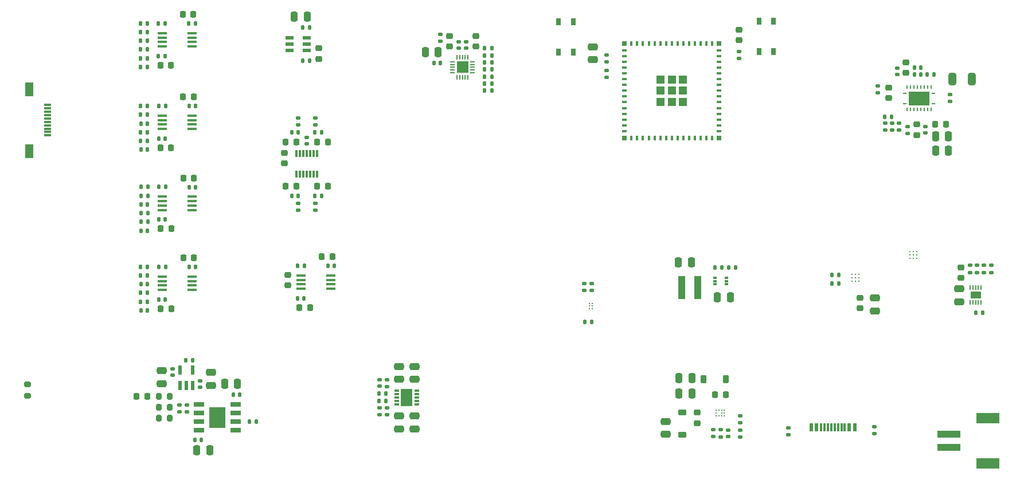
<source format=gbr>
%TF.GenerationSoftware,KiCad,Pcbnew,7.0.1*%
%TF.CreationDate,2024-05-02T17:31:47-06:00*%
%TF.ProjectId,Neural_Interface,4e657572-616c-45f4-996e-746572666163,1*%
%TF.SameCoordinates,Original*%
%TF.FileFunction,Paste,Top*%
%TF.FilePolarity,Positive*%
%FSLAX46Y46*%
G04 Gerber Fmt 4.6, Leading zero omitted, Abs format (unit mm)*
G04 Created by KiCad (PCBNEW 7.0.1) date 2024-05-02 17:31:47*
%MOMM*%
%LPD*%
G01*
G04 APERTURE LIST*
G04 Aperture macros list*
%AMRoundRect*
0 Rectangle with rounded corners*
0 $1 Rounding radius*
0 $2 $3 $4 $5 $6 $7 $8 $9 X,Y pos of 4 corners*
0 Add a 4 corners polygon primitive as box body*
4,1,4,$2,$3,$4,$5,$6,$7,$8,$9,$2,$3,0*
0 Add four circle primitives for the rounded corners*
1,1,$1+$1,$2,$3*
1,1,$1+$1,$4,$5*
1,1,$1+$1,$6,$7*
1,1,$1+$1,$8,$9*
0 Add four rect primitives between the rounded corners*
20,1,$1+$1,$2,$3,$4,$5,0*
20,1,$1+$1,$4,$5,$6,$7,0*
20,1,$1+$1,$6,$7,$8,$9,0*
20,1,$1+$1,$8,$9,$2,$3,0*%
G04 Aperture macros list end*
%ADD10RoundRect,0.135000X-0.185000X0.135000X-0.185000X-0.135000X0.185000X-0.135000X0.185000X0.135000X0*%
%ADD11RoundRect,0.140000X0.170000X-0.140000X0.170000X0.140000X-0.170000X0.140000X-0.170000X-0.140000X0*%
%ADD12RoundRect,0.140000X0.140000X0.170000X-0.140000X0.170000X-0.140000X-0.170000X0.140000X-0.170000X0*%
%ADD13RoundRect,0.135000X-0.135000X-0.185000X0.135000X-0.185000X0.135000X0.185000X-0.135000X0.185000X0*%
%ADD14RoundRect,0.250000X-0.250000X-0.475000X0.250000X-0.475000X0.250000X0.475000X-0.250000X0.475000X0*%
%ADD15RoundRect,0.135000X0.185000X-0.135000X0.185000X0.135000X-0.185000X0.135000X-0.185000X-0.135000X0*%
%ADD16RoundRect,0.250000X0.250000X0.475000X-0.250000X0.475000X-0.250000X-0.475000X0.250000X-0.475000X0*%
%ADD17R,1.400000X0.450000*%
%ADD18RoundRect,0.140000X-0.140000X-0.170000X0.140000X-0.170000X0.140000X0.170000X-0.140000X0.170000X0*%
%ADD19RoundRect,0.225000X0.250000X-0.225000X0.250000X0.225000X-0.250000X0.225000X-0.250000X-0.225000X0*%
%ADD20R,0.800000X0.200000*%
%ADD21R,0.200000X0.800000*%
%ADD22R,1.800000X1.800000*%
%ADD23R,0.200000X0.750000*%
%ADD24R,1.600000X1.000000*%
%ADD25RoundRect,0.250000X-0.475000X0.250000X-0.475000X-0.250000X0.475000X-0.250000X0.475000X0.250000X0*%
%ADD26RoundRect,0.225000X-0.225000X-0.250000X0.225000X-0.250000X0.225000X0.250000X-0.225000X0.250000X0*%
%ADD27R,1.000000X0.300000*%
%ADD28R,1.300000X2.000000*%
%ADD29RoundRect,0.135000X0.135000X0.185000X-0.135000X0.185000X-0.135000X-0.185000X0.135000X-0.185000X0*%
%ADD30R,0.800000X0.300000*%
%ADD31R,1.750000X2.500000*%
%ADD32RoundRect,0.218750X-0.256250X0.218750X-0.256250X-0.218750X0.256250X-0.218750X0.256250X0.218750X0*%
%ADD33RoundRect,0.225000X0.225000X0.250000X-0.225000X0.250000X-0.225000X-0.250000X0.225000X-0.250000X0*%
%ADD34RoundRect,0.218750X0.218750X0.256250X-0.218750X0.256250X-0.218750X-0.256250X0.218750X-0.256250X0*%
%ADD35RoundRect,0.250000X0.475000X-0.250000X0.475000X0.250000X-0.475000X0.250000X-0.475000X-0.250000X0*%
%ADD36R,1.200000X0.600000*%
%ADD37C,0.290000*%
%ADD38RoundRect,0.140000X-0.170000X0.140000X-0.170000X-0.140000X0.170000X-0.140000X0.170000X0.140000X0*%
%ADD39RoundRect,0.200000X0.200000X0.275000X-0.200000X0.275000X-0.200000X-0.275000X0.200000X-0.275000X0*%
%ADD40R,0.980000X3.400000*%
%ADD41R,0.558800X1.371600*%
%ADD42R,0.300000X1.075000*%
%ADD43RoundRect,0.200000X-0.200000X-0.275000X0.200000X-0.275000X0.200000X0.275000X-0.200000X0.275000X0*%
%ADD44RoundRect,0.225000X-0.375000X0.225000X-0.375000X-0.225000X0.375000X-0.225000X0.375000X0.225000X0*%
%ADD45R,0.700000X1.000000*%
%ADD46RoundRect,0.225000X-0.225000X-0.375000X0.225000X-0.375000X0.225000X0.375000X-0.225000X0.375000X0*%
%ADD47R,0.800000X0.400000*%
%ADD48R,0.400000X0.800000*%
%ADD49R,1.200000X1.200000*%
%ADD50R,0.800000X0.800000*%
%ADD51RoundRect,0.225000X-0.250000X0.225000X-0.250000X-0.225000X0.250000X-0.225000X0.250000X0.225000X0*%
%ADD52R,1.525000X0.650000*%
%ADD53R,2.410000X3.098000*%
%ADD54RoundRect,0.218750X-0.218750X-0.256250X0.218750X-0.256250X0.218750X0.256250X-0.218750X0.256250X0*%
%ADD55RoundRect,0.200000X0.275000X-0.200000X0.275000X0.200000X-0.275000X0.200000X-0.275000X-0.200000X0*%
%ADD56R,3.505200X0.990600*%
%ADD57R,3.403600X1.498600*%
%ADD58R,0.475000X0.300000*%
%ADD59RoundRect,0.250000X0.325000X0.650000X-0.325000X0.650000X-0.325000X-0.650000X0.325000X-0.650000X0*%
%ADD60R,0.600000X1.150000*%
%ADD61R,0.300000X1.150000*%
%ADD62C,0.200000*%
%ADD63C,0.250000*%
%ADD64C,0.298000*%
%ADD65R,0.600000X0.240000*%
%ADD66R,0.240000X0.600000*%
%ADD67R,3.050000X2.050000*%
G04 APERTURE END LIST*
D10*
%TO.C,R21*%
X126912500Y-86805000D03*
X126912500Y-87825000D03*
%TD*%
D11*
%TO.C,C87*%
X85393333Y-32477500D03*
X85393333Y-31517500D03*
%TD*%
D12*
%TO.C,C56*%
X46495000Y-41010000D03*
X45535000Y-41010000D03*
%TD*%
D13*
%TO.C,R40*%
X38390000Y-42311000D03*
X39410000Y-42311000D03*
%TD*%
D14*
%TO.C,C72*%
X46699000Y-91915000D03*
X48599000Y-91915000D03*
%TD*%
D15*
%TO.C,R3*%
X105025000Y-68260000D03*
X105025000Y-67240000D03*
%TD*%
D11*
%TO.C,C71*%
X45224000Y-86190000D03*
X45224000Y-85230000D03*
%TD*%
D15*
%TO.C,R11*%
X147225000Y-39060000D03*
X147225000Y-38040000D03*
%TD*%
D16*
%TO.C,C24*%
X119775000Y-81225000D03*
X117875000Y-81225000D03*
%TD*%
D10*
%TO.C,R61*%
X82620000Y-30392500D03*
X82620000Y-31412500D03*
%TD*%
D17*
%TO.C,IC8*%
X41550000Y-30245000D03*
X41550000Y-30895000D03*
X41550000Y-31545000D03*
X41550000Y-32195000D03*
X45950000Y-32195000D03*
X45950000Y-31545000D03*
X45950000Y-30895000D03*
X45950000Y-30245000D03*
%TD*%
D18*
%TO.C,C9*%
X154570000Y-36375000D03*
X155530000Y-36375000D03*
%TD*%
D19*
%TO.C,C89*%
X87870000Y-32202500D03*
X87870000Y-30652500D03*
%TD*%
D20*
%TO.C,IC17*%
X84425000Y-34475000D03*
X84425000Y-34875000D03*
X84425000Y-35275000D03*
X84425000Y-35675000D03*
X84425000Y-36075000D03*
D21*
X85125000Y-36775000D03*
X85525000Y-36775000D03*
X85925000Y-36775000D03*
X86325000Y-36775000D03*
X86725000Y-36775000D03*
D20*
X87425000Y-36075000D03*
X87425000Y-35675000D03*
X87425000Y-35275000D03*
X87425000Y-34875000D03*
X87425000Y-34475000D03*
D21*
X86725000Y-33775000D03*
X86325000Y-33775000D03*
X85925000Y-33775000D03*
X85525000Y-33775000D03*
X85125000Y-33775000D03*
D22*
X85925000Y-35275000D03*
%TD*%
D12*
%TO.C,C5*%
X153605000Y-35300000D03*
X152645000Y-35300000D03*
%TD*%
D11*
%TO.C,C31*%
X125137500Y-89860000D03*
X125137500Y-88900000D03*
%TD*%
D23*
%TO.C,IC3*%
X160887500Y-70075000D03*
X161287500Y-70075000D03*
X161687500Y-70075000D03*
X162087500Y-70075000D03*
X162487500Y-70075000D03*
X162487500Y-67875000D03*
X162087500Y-67875000D03*
X161687500Y-67875000D03*
X161287500Y-67875000D03*
X160887500Y-67875000D03*
D24*
X161687500Y-68975000D03*
%TD*%
D25*
%TO.C,C77*%
X41475000Y-80145000D03*
X41475000Y-82045000D03*
%TD*%
D14*
%TO.C,C14*%
X155795000Y-45530000D03*
X157695000Y-45530000D03*
%TD*%
D26*
%TO.C,C43*%
X41305000Y-34970000D03*
X42855000Y-34970000D03*
%TD*%
D27*
%TO.C,J17*%
X24650000Y-40850000D03*
X24650000Y-41350000D03*
X24650000Y-41850000D03*
X24650000Y-42350000D03*
X24650000Y-42850000D03*
X24650000Y-43350000D03*
X24650000Y-43850000D03*
X24650000Y-44350000D03*
X24650000Y-44850000D03*
X24650000Y-45350000D03*
D28*
X21950000Y-38550000D03*
X21950000Y-47650000D03*
%TD*%
D29*
%TO.C,R39*%
X39410000Y-41020000D03*
X38390000Y-41020000D03*
%TD*%
D12*
%TO.C,C85*%
X82675000Y-34652500D03*
X81715000Y-34652500D03*
%TD*%
D16*
%TO.C,C84*%
X82320000Y-33002500D03*
X80420000Y-33002500D03*
%TD*%
D26*
%TO.C,C78*%
X37800000Y-83925000D03*
X39350000Y-83925000D03*
%TD*%
D29*
%TO.C,R41*%
X39435000Y-52970000D03*
X38415000Y-52970000D03*
%TD*%
%TO.C,R64*%
X90230000Y-36662500D03*
X89210000Y-36662500D03*
%TD*%
D13*
%TO.C,R58*%
X45015000Y-78607000D03*
X46035000Y-78607000D03*
%TD*%
D19*
%TO.C,C67*%
X59600000Y-49507000D03*
X59600000Y-47957000D03*
%TD*%
D12*
%TO.C,C41*%
X39425000Y-55552000D03*
X38465000Y-55552000D03*
%TD*%
%TO.C,C37*%
X39425000Y-59420000D03*
X38465000Y-59420000D03*
%TD*%
D17*
%TO.C,IC11*%
X41600000Y-66220000D03*
X41600000Y-66870000D03*
X41600000Y-67520000D03*
X41600000Y-68170000D03*
X46000000Y-68170000D03*
X46000000Y-67520000D03*
X46000000Y-66870000D03*
X46000000Y-66220000D03*
%TD*%
D30*
%TO.C,IC5*%
X79175000Y-85072500D03*
X79175000Y-84572500D03*
X79175000Y-84072500D03*
X79175000Y-83572500D03*
X79175000Y-83072500D03*
X76175000Y-83072500D03*
X76175000Y-83572500D03*
X76175000Y-84072500D03*
X76175000Y-84572500D03*
X76175000Y-85072500D03*
D31*
X77675000Y-84072500D03*
%TD*%
D13*
%TO.C,R14*%
X140450000Y-66000000D03*
X141470000Y-66000000D03*
%TD*%
D26*
%TO.C,C44*%
X41330000Y-47170000D03*
X42880000Y-47170000D03*
%TD*%
D13*
%TO.C,R32*%
X38390000Y-46164000D03*
X39410000Y-46164000D03*
%TD*%
D16*
%TO.C,C34*%
X119800000Y-83525000D03*
X117900000Y-83525000D03*
%TD*%
D29*
%TO.C,R31*%
X39410000Y-44873000D03*
X38390000Y-44873000D03*
%TD*%
D11*
%TO.C,C28*%
X73675000Y-82430000D03*
X73675000Y-81470000D03*
%TD*%
D32*
%TO.C,L3*%
X120550000Y-86325000D03*
X120550000Y-87900000D03*
%TD*%
D33*
%TO.C,C53*%
X46250000Y-51645000D03*
X44700000Y-51645000D03*
%TD*%
D29*
%TO.C,R26*%
X74610000Y-84585000D03*
X73590000Y-84585000D03*
%TD*%
D15*
%TO.C,R55*%
X44099000Y-86225000D03*
X44099000Y-85205000D03*
%TD*%
D10*
%TO.C,R22*%
X126912500Y-88905000D03*
X126912500Y-89925000D03*
%TD*%
D33*
%TO.C,C51*%
X46195000Y-27470000D03*
X44645000Y-27470000D03*
%TD*%
D12*
%TO.C,C81*%
X53004000Y-83690000D03*
X52044000Y-83690000D03*
%TD*%
D10*
%TO.C,R52*%
X64175000Y-55372000D03*
X64175000Y-56392000D03*
%TD*%
D18*
%TO.C,C62*%
X64135000Y-54289500D03*
X65095000Y-54289500D03*
%TD*%
D10*
%TO.C,R8*%
X148325000Y-43575000D03*
X148325000Y-44595000D03*
%TD*%
D15*
%TO.C,R16*%
X163987500Y-65600000D03*
X163987500Y-64580000D03*
%TD*%
D14*
%TO.C,C26*%
X117825000Y-64075000D03*
X119725000Y-64075000D03*
%TD*%
D12*
%TO.C,C38*%
X39400000Y-71225000D03*
X38440000Y-71225000D03*
%TD*%
D29*
%TO.C,R37*%
X39360000Y-28795000D03*
X38340000Y-28795000D03*
%TD*%
D12*
%TO.C,C55*%
X46470000Y-28810000D03*
X45510000Y-28810000D03*
%TD*%
%TO.C,C42*%
X39400000Y-67357000D03*
X38440000Y-67357000D03*
%TD*%
D16*
%TO.C,C79*%
X52699000Y-82040000D03*
X50799000Y-82040000D03*
%TD*%
D33*
%TO.C,C54*%
X46230000Y-63430000D03*
X44680000Y-63430000D03*
%TD*%
D29*
%TO.C,R67*%
X90230000Y-35617500D03*
X89210000Y-35617500D03*
%TD*%
D34*
%TO.C,D5*%
X61362500Y-52857000D03*
X59787500Y-52857000D03*
%TD*%
D13*
%TO.C,R34*%
X38415000Y-58134000D03*
X39435000Y-58134000D03*
%TD*%
D35*
%TO.C,C33*%
X115925000Y-89550000D03*
X115925000Y-87650000D03*
%TD*%
D17*
%TO.C,IC9*%
X41575000Y-42445000D03*
X41575000Y-43095000D03*
X41575000Y-43745000D03*
X41575000Y-44395000D03*
X45975000Y-44395000D03*
X45975000Y-43745000D03*
X45975000Y-43095000D03*
X45975000Y-42445000D03*
%TD*%
D12*
%TO.C,C83*%
X67005000Y-64633750D03*
X66045000Y-64633750D03*
%TD*%
D36*
%TO.C,IC12*%
X60400000Y-30895000D03*
X60400000Y-31845000D03*
X60400000Y-32795000D03*
X62900000Y-32795000D03*
X62900000Y-31845000D03*
X62900000Y-30895000D03*
%TD*%
D12*
%TO.C,C60*%
X61665000Y-44899500D03*
X60705000Y-44899500D03*
%TD*%
%TO.C,C64*%
X63320000Y-29413334D03*
X62360000Y-29413334D03*
%TD*%
D10*
%TO.C,R51*%
X61625000Y-55372000D03*
X61625000Y-56392000D03*
%TD*%
D13*
%TO.C,R44*%
X38390000Y-66071000D03*
X39410000Y-66071000D03*
%TD*%
%TO.C,R5*%
X148265000Y-42600000D03*
X149285000Y-42600000D03*
%TD*%
D29*
%TO.C,R43*%
X39410000Y-64775000D03*
X38390000Y-64775000D03*
%TD*%
%TO.C,R45*%
X42040000Y-28800000D03*
X41020000Y-28800000D03*
%TD*%
D15*
%TO.C,R24*%
X74750000Y-82460000D03*
X74750000Y-81440000D03*
%TD*%
D12*
%TO.C,C36*%
X39400000Y-47445000D03*
X38440000Y-47445000D03*
%TD*%
D35*
%TO.C,C29*%
X76525000Y-81385000D03*
X76525000Y-79485000D03*
%TD*%
D37*
%TO.C,IC4*%
X143460000Y-65925000D03*
X143960000Y-65925000D03*
X144460000Y-65925000D03*
X143460000Y-66425000D03*
X143960000Y-66425000D03*
X144460000Y-66425000D03*
X143460000Y-66925000D03*
X143960000Y-66925000D03*
X144460000Y-66925000D03*
%TD*%
D38*
%TO.C,C18*%
X157875000Y-39345000D03*
X157875000Y-40305000D03*
%TD*%
D10*
%TO.C,R7*%
X150375000Y-43575000D03*
X150375000Y-44595000D03*
%TD*%
D29*
%TO.C,R29*%
X39360000Y-32663000D03*
X38340000Y-32663000D03*
%TD*%
D15*
%TO.C,R18*%
X161937500Y-65600000D03*
X161937500Y-64580000D03*
%TD*%
D11*
%TO.C,C70*%
X47150000Y-82595000D03*
X47150000Y-81635000D03*
%TD*%
D29*
%TO.C,R68*%
X90230000Y-37707500D03*
X89210000Y-37707500D03*
%TD*%
D38*
%TO.C,C80*%
X43075000Y-79840000D03*
X43075000Y-80800000D03*
%TD*%
D39*
%TO.C,R60*%
X42725000Y-83900000D03*
X41075000Y-83900000D03*
%TD*%
D26*
%TO.C,C16*%
X155750000Y-43750000D03*
X157300000Y-43750000D03*
%TD*%
D40*
%TO.C,L1*%
X118290000Y-67825000D03*
X120660000Y-67825000D03*
%TD*%
D41*
%TO.C,IC15*%
X44180200Y-82357000D03*
X45120000Y-82357000D03*
X46059800Y-82357000D03*
X46059800Y-80071000D03*
X44180200Y-80071000D03*
%TD*%
D12*
%TO.C,C58*%
X46505000Y-64770000D03*
X45545000Y-64770000D03*
%TD*%
%TO.C,C57*%
X46530000Y-52985000D03*
X45570000Y-52985000D03*
%TD*%
D15*
%TO.C,R49*%
X64175000Y-43792000D03*
X64175000Y-42772000D03*
%TD*%
D11*
%TO.C,C4*%
X107175000Y-34455000D03*
X107175000Y-33495000D03*
%TD*%
D29*
%TO.C,R13*%
X162747500Y-71575000D03*
X161727500Y-71575000D03*
%TD*%
%TO.C,R63*%
X90230000Y-34572500D03*
X89210000Y-34572500D03*
%TD*%
D42*
%TO.C,IC13*%
X64425000Y-48032000D03*
X63925000Y-48032000D03*
X63425000Y-48032000D03*
X62925000Y-48032000D03*
X62425000Y-48032000D03*
X61925000Y-48032000D03*
X61425000Y-48032000D03*
X61425000Y-51108000D03*
X61925000Y-51108000D03*
X62425000Y-51108000D03*
X62925000Y-51108000D03*
X63425000Y-51108000D03*
X63925000Y-51108000D03*
X64425000Y-51108000D03*
%TD*%
D10*
%TO.C,R10*%
X146700000Y-88415000D03*
X146700000Y-89435000D03*
%TD*%
D43*
%TO.C,R54*%
X41075000Y-87160000D03*
X42725000Y-87160000D03*
%TD*%
D13*
%TO.C,R20*%
X125230000Y-64900000D03*
X126250000Y-64900000D03*
%TD*%
D34*
%TO.C,D4*%
X61362500Y-46332000D03*
X59787500Y-46332000D03*
%TD*%
D44*
%TO.C,D2*%
X118400000Y-86325000D03*
X118400000Y-89625000D03*
%TD*%
D11*
%TO.C,C2*%
X107175000Y-36730000D03*
X107175000Y-35770000D03*
%TD*%
D26*
%TO.C,C75*%
X61855000Y-70812500D03*
X63405000Y-70812500D03*
%TD*%
D15*
%TO.C,R1*%
X126800000Y-33985000D03*
X126800000Y-32965000D03*
%TD*%
D45*
%TO.C,SW2*%
X102275000Y-28550000D03*
X102275000Y-33050000D03*
X100125000Y-28550000D03*
X100125000Y-33050000D03*
%TD*%
D12*
%TO.C,C6*%
X153605000Y-36350000D03*
X152645000Y-36350000D03*
%TD*%
D46*
%TO.C,D1*%
X121500000Y-81375000D03*
X124800000Y-81375000D03*
%TD*%
D29*
%TO.C,R66*%
X90230000Y-33527500D03*
X89210000Y-33527500D03*
%TD*%
D19*
%TO.C,C86*%
X84020000Y-32202500D03*
X84020000Y-30652500D03*
%TD*%
D25*
%TO.C,C22*%
X146860000Y-69375000D03*
X146860000Y-71275000D03*
%TD*%
D29*
%TO.C,R47*%
X42090000Y-52975000D03*
X41070000Y-52975000D03*
%TD*%
%TO.C,R33*%
X39435000Y-56838000D03*
X38415000Y-56838000D03*
%TD*%
D13*
%TO.C,R62*%
X89210000Y-32427500D03*
X90230000Y-32427500D03*
%TD*%
D29*
%TO.C,R23*%
X74610000Y-83485000D03*
X73590000Y-83485000D03*
%TD*%
D11*
%TO.C,C68*%
X62950000Y-46587000D03*
X62950000Y-45627000D03*
%TD*%
D19*
%TO.C,C1*%
X126775000Y-31275000D03*
X126775000Y-29725000D03*
%TD*%
D33*
%TO.C,C52*%
X46220000Y-39670000D03*
X44670000Y-39670000D03*
%TD*%
D47*
%TO.C,U2*%
X109825000Y-32800000D03*
X109825000Y-33650000D03*
X109825000Y-34500000D03*
X109825000Y-35350000D03*
X109825000Y-36200000D03*
X109825000Y-37050000D03*
X109825000Y-37900000D03*
X109825000Y-38750000D03*
X109825000Y-39600000D03*
X109825000Y-40450000D03*
X109825000Y-41300000D03*
X109825000Y-42150000D03*
X109825000Y-43000000D03*
X109825000Y-43850000D03*
X109825000Y-44700000D03*
D48*
X110875000Y-45750000D03*
X111725000Y-45750000D03*
X112575000Y-45750000D03*
X113425000Y-45750000D03*
X114275000Y-45750000D03*
X115125000Y-45750000D03*
X115975000Y-45750000D03*
X116825000Y-45750000D03*
X117675000Y-45750000D03*
X118525000Y-45750000D03*
X119375000Y-45750000D03*
X120225000Y-45750000D03*
X121075000Y-45750000D03*
X121925000Y-45750000D03*
X122775000Y-45750000D03*
D47*
X123825000Y-44700000D03*
X123825000Y-43850000D03*
X123825000Y-43000000D03*
X123825000Y-42150000D03*
X123825000Y-41300000D03*
X123825000Y-40450000D03*
X123825000Y-39600000D03*
X123825000Y-38750000D03*
X123825000Y-37900000D03*
X123825000Y-37050000D03*
X123825000Y-36200000D03*
X123825000Y-35350000D03*
X123825000Y-34500000D03*
X123825000Y-33650000D03*
X123825000Y-32800000D03*
D48*
X122775000Y-31750000D03*
X121925000Y-31750000D03*
X121075000Y-31750000D03*
X120225000Y-31750000D03*
X119375000Y-31750000D03*
X118525000Y-31750000D03*
X117675000Y-31750000D03*
X116825000Y-31750000D03*
X115975000Y-31750000D03*
X115125000Y-31750000D03*
X114275000Y-31750000D03*
X113425000Y-31750000D03*
X112575000Y-31750000D03*
X111725000Y-31750000D03*
X110875000Y-31750000D03*
D49*
X116825000Y-38750000D03*
D50*
X109825000Y-31750000D03*
X109825000Y-45750000D03*
X123825000Y-45750000D03*
X123825000Y-31750000D03*
D49*
X115175000Y-37100000D03*
X115175000Y-38750000D03*
X115175000Y-40400000D03*
X116825000Y-40400000D03*
X118475000Y-40400000D03*
X118475000Y-38750000D03*
X118475000Y-37100000D03*
X116825000Y-37100000D03*
%TD*%
D29*
%TO.C,R12*%
X141495000Y-67275000D03*
X140475000Y-67275000D03*
%TD*%
D13*
%TO.C,R38*%
X38340000Y-30091000D03*
X39360000Y-30091000D03*
%TD*%
D14*
%TO.C,C15*%
X155795000Y-47575000D03*
X157695000Y-47575000D03*
%TD*%
D13*
%TO.C,R19*%
X123230000Y-64900000D03*
X124250000Y-64900000D03*
%TD*%
D43*
%TO.C,R53*%
X41075000Y-85530000D03*
X42725000Y-85530000D03*
%TD*%
D45*
%TO.C,SW1*%
X129725000Y-33000000D03*
X129725000Y-28500000D03*
X131875000Y-33000000D03*
X131875000Y-28500000D03*
%TD*%
D25*
%TO.C,C23*%
X78800000Y-86835000D03*
X78800000Y-88735000D03*
%TD*%
D18*
%TO.C,C76*%
X61580000Y-69466250D03*
X62540000Y-69466250D03*
%TD*%
D51*
%TO.C,C74*%
X60100000Y-65955000D03*
X60100000Y-67505000D03*
%TD*%
D15*
%TO.C,R50*%
X61625000Y-43817000D03*
X61625000Y-42797000D03*
%TD*%
D33*
%TO.C,C82*%
X66700000Y-63287500D03*
X65150000Y-63287500D03*
%TD*%
D12*
%TO.C,C35*%
X39350000Y-35245000D03*
X38390000Y-35245000D03*
%TD*%
D51*
%TO.C,C10*%
X148900000Y-38300000D03*
X148900000Y-39850000D03*
%TD*%
D52*
%TO.C,IC14*%
X47025000Y-85125000D03*
X47025000Y-86395000D03*
X47025000Y-87665000D03*
X47025000Y-88935000D03*
X52449000Y-88935000D03*
X52449000Y-87665000D03*
X52449000Y-86395000D03*
X52449000Y-85125000D03*
D53*
X49737000Y-87030000D03*
%TD*%
D16*
%TO.C,C65*%
X63000000Y-27776668D03*
X61100000Y-27776668D03*
%TD*%
D29*
%TO.C,R65*%
X90230000Y-38752500D03*
X89210000Y-38752500D03*
%TD*%
%TO.C,R48*%
X42090000Y-64775000D03*
X41070000Y-64775000D03*
%TD*%
D10*
%TO.C,R6*%
X149350000Y-43575000D03*
X149350000Y-44595000D03*
%TD*%
D25*
%TO.C,C32*%
X76525000Y-86835000D03*
X76525000Y-88735000D03*
%TD*%
D54*
%TO.C,D6*%
X64437500Y-52857000D03*
X66012500Y-52857000D03*
%TD*%
D26*
%TO.C,C45*%
X41355000Y-59145000D03*
X42905000Y-59145000D03*
%TD*%
D55*
%TO.C,R56*%
X21700000Y-83825000D03*
X21700000Y-82175000D03*
%TD*%
D51*
%TO.C,C7*%
X151400000Y-34550000D03*
X151400000Y-36100000D03*
%TD*%
D29*
%TO.C,R57*%
X55460000Y-87675000D03*
X54440000Y-87675000D03*
%TD*%
D56*
%TO.C,J7*%
X157769700Y-91500001D03*
X157769700Y-89499999D03*
D57*
X163519701Y-93850001D03*
X163519701Y-87149999D03*
%TD*%
D54*
%TO.C,D3*%
X64437500Y-46307000D03*
X66012500Y-46307000D03*
%TD*%
D11*
%TO.C,C88*%
X86496666Y-32477500D03*
X86496666Y-31517500D03*
%TD*%
D13*
%TO.C,R36*%
X38390000Y-69939000D03*
X39410000Y-69939000D03*
%TD*%
D19*
%TO.C,C12*%
X153000000Y-45300000D03*
X153000000Y-43750000D03*
%TD*%
D12*
%TO.C,C39*%
X39350000Y-31377000D03*
X38390000Y-31377000D03*
%TD*%
D14*
%TO.C,C27*%
X123550000Y-69250000D03*
X125450000Y-69250000D03*
%TD*%
D10*
%TO.C,R28*%
X124062500Y-88880000D03*
X124062500Y-89900000D03*
%TD*%
D18*
%TO.C,C73*%
X46419000Y-90340000D03*
X47379000Y-90340000D03*
%TD*%
D58*
%TO.C,IC6*%
X123212000Y-66370000D03*
X123212000Y-66870000D03*
X123212000Y-67370000D03*
X124888000Y-67370000D03*
X124888000Y-66870000D03*
X124888000Y-66370000D03*
%TD*%
D15*
%TO.C,R9*%
X134075000Y-89635000D03*
X134075000Y-88615000D03*
%TD*%
D18*
%TO.C,C50*%
X41080000Y-69605000D03*
X42040000Y-69605000D03*
%TD*%
D38*
%TO.C,C8*%
X150125000Y-35395000D03*
X150125000Y-36355000D03*
%TD*%
D17*
%TO.C,IC10*%
X41600000Y-54420000D03*
X41600000Y-55070000D03*
X41600000Y-55720000D03*
X41600000Y-56370000D03*
X46000000Y-56370000D03*
X46000000Y-55720000D03*
X46000000Y-55070000D03*
X46000000Y-54420000D03*
%TD*%
D18*
%TO.C,C48*%
X41055000Y-45830000D03*
X42015000Y-45830000D03*
%TD*%
D15*
%TO.C,R25*%
X73675000Y-86645000D03*
X73675000Y-85625000D03*
%TD*%
D29*
%TO.C,R35*%
X39410000Y-68643000D03*
X38390000Y-68643000D03*
%TD*%
%TO.C,R46*%
X42065000Y-41020000D03*
X41045000Y-41020000D03*
%TD*%
D11*
%TO.C,C30*%
X74775000Y-86620000D03*
X74775000Y-85660000D03*
%TD*%
D18*
%TO.C,C59*%
X64135000Y-44874500D03*
X65095000Y-44874500D03*
%TD*%
D19*
%TO.C,C21*%
X159537500Y-66400000D03*
X159537500Y-64850000D03*
%TD*%
D59*
%TO.C,C17*%
X161175000Y-37050000D03*
X158225000Y-37050000D03*
%TD*%
D35*
%TO.C,C19*%
X159262500Y-69950000D03*
X159262500Y-68050000D03*
%TD*%
D29*
%TO.C,R2*%
X105035000Y-72900000D03*
X104015000Y-72900000D03*
%TD*%
D18*
%TO.C,C49*%
X41080000Y-57805000D03*
X42040000Y-57805000D03*
%TD*%
D51*
%TO.C,C20*%
X144585000Y-69325000D03*
X144585000Y-70875000D03*
%TD*%
D60*
%TO.C,U3*%
X137425000Y-88510000D03*
X138225000Y-88510000D03*
D61*
X138875000Y-88510000D03*
X139375000Y-88510000D03*
X139875000Y-88510000D03*
X140375000Y-88510000D03*
X140875000Y-88510000D03*
X141375000Y-88510000D03*
X141875000Y-88510000D03*
X142375000Y-88510000D03*
D60*
X143025000Y-88510000D03*
X143825000Y-88510000D03*
%TD*%
D62*
%TO.C,IC7*%
X123400000Y-85975000D03*
X123800000Y-85975000D03*
X124200000Y-85975000D03*
X124600000Y-85975000D03*
X123400000Y-86375000D03*
X124200000Y-86375000D03*
X124600000Y-86375000D03*
X123400000Y-86775000D03*
X123800000Y-86775000D03*
X124200000Y-86775000D03*
X124600000Y-86775000D03*
%TD*%
D35*
%TO.C,C69*%
X48775000Y-82285000D03*
X48775000Y-80385000D03*
%TD*%
D38*
%TO.C,C13*%
X154275000Y-44045000D03*
X154275000Y-45005000D03*
%TD*%
D63*
%TO.C,U1*%
X104700000Y-70175000D03*
X105100000Y-70175000D03*
X104700000Y-70575000D03*
X105100000Y-70575000D03*
X104700000Y-70975000D03*
X105100000Y-70975000D03*
%TD*%
D51*
%TO.C,C63*%
X64725000Y-32476668D03*
X64725000Y-34026668D03*
%TD*%
D15*
%TO.C,R4*%
X103925000Y-68260000D03*
X103925000Y-67240000D03*
%TD*%
%TO.C,R17*%
X162937500Y-65600000D03*
X162937500Y-64580000D03*
%TD*%
D64*
%TO.C,IC2*%
X153025000Y-62500000D03*
X153025000Y-63000000D03*
X153025000Y-63500000D03*
X152525000Y-62500000D03*
X152525000Y-63000000D03*
X152525000Y-63500000D03*
X152025000Y-62500000D03*
X152025000Y-63000000D03*
X152025000Y-63500000D03*
%TD*%
D12*
%TO.C,C40*%
X39400000Y-43592000D03*
X38440000Y-43592000D03*
%TD*%
D13*
%TO.C,R42*%
X38415000Y-54266000D03*
X39435000Y-54266000D03*
%TD*%
%TO.C,R30*%
X38340000Y-33959000D03*
X39360000Y-33959000D03*
%TD*%
D35*
%TO.C,C3*%
X105200000Y-34175000D03*
X105200000Y-32275000D03*
%TD*%
D65*
%TO.C,IC1*%
X155500000Y-39125000D03*
D66*
X155100000Y-38225000D03*
X154600000Y-38225000D03*
X154100000Y-38225000D03*
X153600000Y-38225000D03*
X153100000Y-38225000D03*
X152600000Y-38225000D03*
X152100000Y-38225000D03*
X151600000Y-38225000D03*
D65*
X151200000Y-39125000D03*
X151200000Y-40625000D03*
D66*
X151600000Y-41525000D03*
X152100000Y-41525000D03*
X152600000Y-41525000D03*
X153100000Y-41525000D03*
X153600000Y-41525000D03*
X154100000Y-41525000D03*
X154600000Y-41525000D03*
X155100000Y-41525000D03*
D65*
X155500000Y-40625000D03*
D67*
X153350000Y-39875000D03*
%TD*%
D34*
%TO.C,L2*%
X124812500Y-83675000D03*
X123237500Y-83675000D03*
%TD*%
D35*
%TO.C,C25*%
X78800000Y-81385000D03*
X78800000Y-79485000D03*
%TD*%
D10*
%TO.C,R15*%
X160887500Y-64580000D03*
X160887500Y-65600000D03*
%TD*%
D11*
%TO.C,C11*%
X151675000Y-45030000D03*
X151675000Y-44070000D03*
%TD*%
D29*
%TO.C,R59*%
X62585000Y-64637500D03*
X61565000Y-64637500D03*
%TD*%
D26*
%TO.C,C46*%
X41355000Y-70945000D03*
X42905000Y-70945000D03*
%TD*%
D12*
%TO.C,C61*%
X61665000Y-54289500D03*
X60705000Y-54289500D03*
%TD*%
D18*
%TO.C,C47*%
X41030000Y-33630000D03*
X41990000Y-33630000D03*
%TD*%
D15*
%TO.C,R27*%
X122962500Y-89890000D03*
X122962500Y-88870000D03*
%TD*%
D12*
%TO.C,C66*%
X63320000Y-34276668D03*
X62360000Y-34276668D03*
%TD*%
D17*
%TO.C,IC16*%
X62100000Y-66075000D03*
X62100000Y-66725000D03*
X62100000Y-67375000D03*
X62100000Y-68025000D03*
X66500000Y-68025000D03*
X66500000Y-67375000D03*
X66500000Y-66725000D03*
X66500000Y-66075000D03*
%TD*%
M02*

</source>
